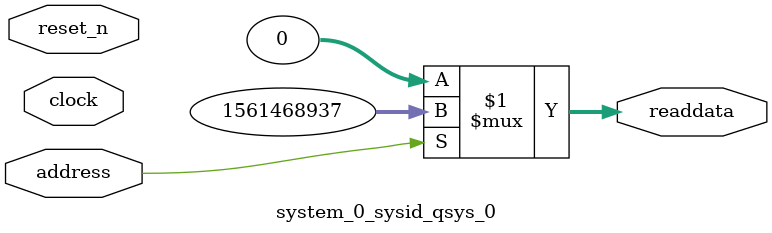
<source format=v>

`timescale 1ns / 1ps
// synthesis translate_on

// turn off superfluous verilog processor warnings 
// altera message_level Level1 
// altera message_off 10034 10035 10036 10037 10230 10240 10030 

module system_0_sysid_qsys_0 (
               // inputs:
                address,
                clock,
                reset_n,

               // outputs:
                readdata
             )
;

  output  [ 31: 0] readdata;
  input            address;
  input            clock;
  input            reset_n;

  wire    [ 31: 0] readdata;
  //control_slave, which is an e_avalon_slave
  assign readdata = address ? 1561468937 : 0;

endmodule




</source>
